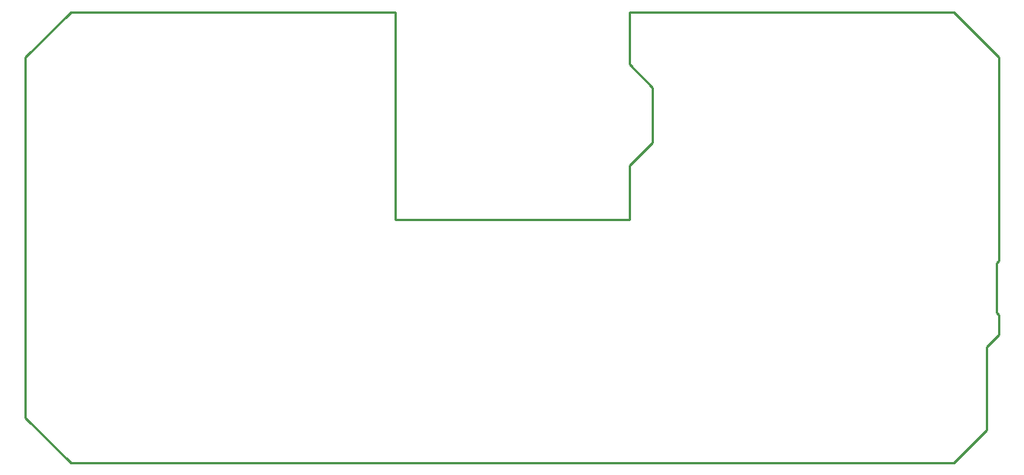
<source format=gbr>
%TF.GenerationSoftware,KiCad,Pcbnew,9.0.2*%
%TF.CreationDate,2025-07-03T15:48:42+01:00*%
%TF.ProjectId,FED3,46454433-2e6b-4696-9361-645f70636258,rev?*%
%TF.SameCoordinates,Original*%
%TF.FileFunction,Profile,NP*%
%FSLAX46Y46*%
G04 Gerber Fmt 4.6, Leading zero omitted, Abs format (unit mm)*
G04 Created by KiCad (PCBNEW 9.0.2) date 2025-07-03 15:48:42*
%MOMM*%
%LPD*%
G01*
G04 APERTURE LIST*
%TA.AperFunction,Profile*%
%ADD10C,0.250000*%
%TD*%
G04 APERTURE END LIST*
D10*
X201101100Y-126403600D02*
X201101100Y-117203600D01*
X161501100Y-103003600D02*
X135501100Y-103003600D01*
X161501100Y-80003600D02*
X161501100Y-85751600D01*
X161501100Y-85751600D02*
X164097100Y-88347600D01*
X99501100Y-80003600D02*
X94501100Y-85003600D01*
X202221100Y-107883600D02*
X202501100Y-107603600D01*
X202501100Y-85003600D02*
X197501100Y-80003600D01*
X202221100Y-113323600D02*
X202221100Y-107883600D01*
X202501100Y-107603600D02*
X202501100Y-85003600D01*
X161501100Y-96983600D02*
X161501100Y-103003600D01*
X202501100Y-113603600D02*
X202221100Y-113323600D01*
X135501100Y-103003600D02*
X135501100Y-80003600D01*
X94501100Y-125003600D02*
X99501100Y-130003600D01*
X164097100Y-88347600D02*
X164097100Y-94443600D01*
X197501100Y-130003600D02*
X201101100Y-126403600D01*
X197501100Y-80003600D02*
X161501100Y-80003600D01*
X202501100Y-115803600D02*
X202501100Y-113603600D01*
X94501100Y-85003600D02*
X94501100Y-125003600D01*
X99501100Y-130003600D02*
X197501100Y-130003600D01*
X164097100Y-94443600D02*
X161501100Y-96983600D01*
X201101100Y-117203600D02*
X202501100Y-115803600D01*
X135501100Y-80003600D02*
X99501100Y-80003600D01*
M02*

</source>
